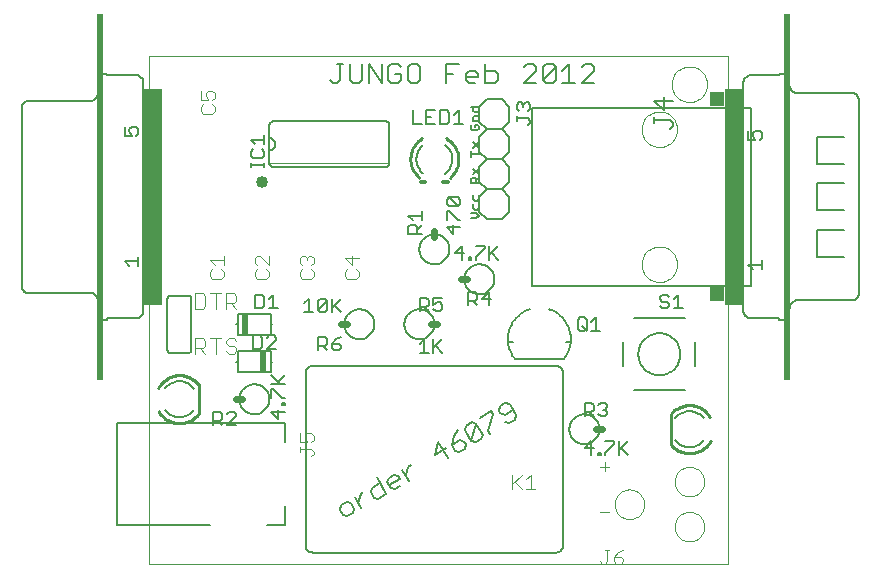
<source format=gto>
G75*
G70*
%OFA0B0*%
%FSLAX24Y24*%
%IPPOS*%
%LPD*%
%AMOC8*
5,1,8,0,0,1.08239X$1,22.5*
%
%ADD10C,0.0000*%
%ADD11C,0.0120*%
%ADD12C,0.0400*%
%ADD13C,0.0050*%
%ADD14C,0.0060*%
%ADD15C,0.0100*%
%ADD16C,0.0040*%
%ADD17C,0.0020*%
%ADD18C,0.0240*%
%ADD19C,0.0080*%
%ADD20R,0.0450X0.0502*%
%ADD21R,0.0450X0.0492*%
%ADD22R,0.0200X1.2200*%
%ADD23R,0.0630X0.7244*%
%ADD24C,0.0070*%
%ADD25R,0.0200X0.0700*%
D10*
X004380Y000300D02*
X004380Y017249D01*
X023671Y017249D01*
X023671Y000300D01*
X004380Y000300D01*
X019888Y002300D02*
X019890Y002344D01*
X019896Y002388D01*
X019906Y002431D01*
X019919Y002473D01*
X019937Y002513D01*
X019958Y002552D01*
X019982Y002589D01*
X020009Y002624D01*
X020040Y002656D01*
X020073Y002685D01*
X020109Y002711D01*
X020147Y002733D01*
X020187Y002752D01*
X020228Y002768D01*
X020271Y002780D01*
X020314Y002788D01*
X020358Y002792D01*
X020402Y002792D01*
X020446Y002788D01*
X020489Y002780D01*
X020532Y002768D01*
X020573Y002752D01*
X020613Y002733D01*
X020651Y002711D01*
X020687Y002685D01*
X020720Y002656D01*
X020751Y002624D01*
X020778Y002589D01*
X020802Y002552D01*
X020823Y002513D01*
X020841Y002473D01*
X020854Y002431D01*
X020864Y002388D01*
X020870Y002344D01*
X020872Y002300D01*
X020870Y002256D01*
X020864Y002212D01*
X020854Y002169D01*
X020841Y002127D01*
X020823Y002087D01*
X020802Y002048D01*
X020778Y002011D01*
X020751Y001976D01*
X020720Y001944D01*
X020687Y001915D01*
X020651Y001889D01*
X020613Y001867D01*
X020573Y001848D01*
X020532Y001832D01*
X020489Y001820D01*
X020446Y001812D01*
X020402Y001808D01*
X020358Y001808D01*
X020314Y001812D01*
X020271Y001820D01*
X020228Y001832D01*
X020187Y001848D01*
X020147Y001867D01*
X020109Y001889D01*
X020073Y001915D01*
X020040Y001944D01*
X020009Y001976D01*
X019982Y002011D01*
X019958Y002048D01*
X019937Y002087D01*
X019919Y002127D01*
X019906Y002169D01*
X019896Y002212D01*
X019890Y002256D01*
X019888Y002300D01*
X021888Y001550D02*
X021890Y001594D01*
X021896Y001638D01*
X021906Y001681D01*
X021919Y001723D01*
X021937Y001763D01*
X021958Y001802D01*
X021982Y001839D01*
X022009Y001874D01*
X022040Y001906D01*
X022073Y001935D01*
X022109Y001961D01*
X022147Y001983D01*
X022187Y002002D01*
X022228Y002018D01*
X022271Y002030D01*
X022314Y002038D01*
X022358Y002042D01*
X022402Y002042D01*
X022446Y002038D01*
X022489Y002030D01*
X022532Y002018D01*
X022573Y002002D01*
X022613Y001983D01*
X022651Y001961D01*
X022687Y001935D01*
X022720Y001906D01*
X022751Y001874D01*
X022778Y001839D01*
X022802Y001802D01*
X022823Y001763D01*
X022841Y001723D01*
X022854Y001681D01*
X022864Y001638D01*
X022870Y001594D01*
X022872Y001550D01*
X022870Y001506D01*
X022864Y001462D01*
X022854Y001419D01*
X022841Y001377D01*
X022823Y001337D01*
X022802Y001298D01*
X022778Y001261D01*
X022751Y001226D01*
X022720Y001194D01*
X022687Y001165D01*
X022651Y001139D01*
X022613Y001117D01*
X022573Y001098D01*
X022532Y001082D01*
X022489Y001070D01*
X022446Y001062D01*
X022402Y001058D01*
X022358Y001058D01*
X022314Y001062D01*
X022271Y001070D01*
X022228Y001082D01*
X022187Y001098D01*
X022147Y001117D01*
X022109Y001139D01*
X022073Y001165D01*
X022040Y001194D01*
X022009Y001226D01*
X021982Y001261D01*
X021958Y001298D01*
X021937Y001337D01*
X021919Y001377D01*
X021906Y001419D01*
X021896Y001462D01*
X021890Y001506D01*
X021888Y001550D01*
X021888Y003050D02*
X021890Y003094D01*
X021896Y003138D01*
X021906Y003181D01*
X021919Y003223D01*
X021937Y003263D01*
X021958Y003302D01*
X021982Y003339D01*
X022009Y003374D01*
X022040Y003406D01*
X022073Y003435D01*
X022109Y003461D01*
X022147Y003483D01*
X022187Y003502D01*
X022228Y003518D01*
X022271Y003530D01*
X022314Y003538D01*
X022358Y003542D01*
X022402Y003542D01*
X022446Y003538D01*
X022489Y003530D01*
X022532Y003518D01*
X022573Y003502D01*
X022613Y003483D01*
X022651Y003461D01*
X022687Y003435D01*
X022720Y003406D01*
X022751Y003374D01*
X022778Y003339D01*
X022802Y003302D01*
X022823Y003263D01*
X022841Y003223D01*
X022854Y003181D01*
X022864Y003138D01*
X022870Y003094D01*
X022872Y003050D01*
X022870Y003006D01*
X022864Y002962D01*
X022854Y002919D01*
X022841Y002877D01*
X022823Y002837D01*
X022802Y002798D01*
X022778Y002761D01*
X022751Y002726D01*
X022720Y002694D01*
X022687Y002665D01*
X022651Y002639D01*
X022613Y002617D01*
X022573Y002598D01*
X022532Y002582D01*
X022489Y002570D01*
X022446Y002562D01*
X022402Y002558D01*
X022358Y002558D01*
X022314Y002562D01*
X022271Y002570D01*
X022228Y002582D01*
X022187Y002598D01*
X022147Y002617D01*
X022109Y002639D01*
X022073Y002665D01*
X022040Y002694D01*
X022009Y002726D01*
X021982Y002761D01*
X021958Y002798D01*
X021937Y002837D01*
X021919Y002877D01*
X021906Y002919D01*
X021896Y002962D01*
X021890Y003006D01*
X021888Y003050D01*
X020789Y010300D02*
X020791Y010348D01*
X020797Y010396D01*
X020807Y010443D01*
X020820Y010489D01*
X020838Y010534D01*
X020858Y010578D01*
X020883Y010620D01*
X020911Y010659D01*
X020941Y010696D01*
X020975Y010730D01*
X021012Y010762D01*
X021050Y010791D01*
X021091Y010816D01*
X021134Y010838D01*
X021179Y010856D01*
X021225Y010870D01*
X021272Y010881D01*
X021320Y010888D01*
X021368Y010891D01*
X021416Y010890D01*
X021464Y010885D01*
X021512Y010876D01*
X021558Y010864D01*
X021603Y010847D01*
X021647Y010827D01*
X021689Y010804D01*
X021729Y010777D01*
X021767Y010747D01*
X021802Y010714D01*
X021834Y010678D01*
X021864Y010640D01*
X021890Y010599D01*
X021912Y010556D01*
X021932Y010512D01*
X021947Y010467D01*
X021959Y010420D01*
X021967Y010372D01*
X021971Y010324D01*
X021971Y010276D01*
X021967Y010228D01*
X021959Y010180D01*
X021947Y010133D01*
X021932Y010088D01*
X021912Y010044D01*
X021890Y010001D01*
X021864Y009960D01*
X021834Y009922D01*
X021802Y009886D01*
X021767Y009853D01*
X021729Y009823D01*
X021689Y009796D01*
X021647Y009773D01*
X021603Y009753D01*
X021558Y009736D01*
X021512Y009724D01*
X021464Y009715D01*
X021416Y009710D01*
X021368Y009709D01*
X021320Y009712D01*
X021272Y009719D01*
X021225Y009730D01*
X021179Y009744D01*
X021134Y009762D01*
X021091Y009784D01*
X021050Y009809D01*
X021012Y009838D01*
X020975Y009870D01*
X020941Y009904D01*
X020911Y009941D01*
X020883Y009980D01*
X020858Y010022D01*
X020838Y010066D01*
X020820Y010111D01*
X020807Y010157D01*
X020797Y010204D01*
X020791Y010252D01*
X020789Y010300D01*
X020789Y014800D02*
X020791Y014848D01*
X020797Y014896D01*
X020807Y014943D01*
X020820Y014989D01*
X020838Y015034D01*
X020858Y015078D01*
X020883Y015120D01*
X020911Y015159D01*
X020941Y015196D01*
X020975Y015230D01*
X021012Y015262D01*
X021050Y015291D01*
X021091Y015316D01*
X021134Y015338D01*
X021179Y015356D01*
X021225Y015370D01*
X021272Y015381D01*
X021320Y015388D01*
X021368Y015391D01*
X021416Y015390D01*
X021464Y015385D01*
X021512Y015376D01*
X021558Y015364D01*
X021603Y015347D01*
X021647Y015327D01*
X021689Y015304D01*
X021729Y015277D01*
X021767Y015247D01*
X021802Y015214D01*
X021834Y015178D01*
X021864Y015140D01*
X021890Y015099D01*
X021912Y015056D01*
X021932Y015012D01*
X021947Y014967D01*
X021959Y014920D01*
X021967Y014872D01*
X021971Y014824D01*
X021971Y014776D01*
X021967Y014728D01*
X021959Y014680D01*
X021947Y014633D01*
X021932Y014588D01*
X021912Y014544D01*
X021890Y014501D01*
X021864Y014460D01*
X021834Y014422D01*
X021802Y014386D01*
X021767Y014353D01*
X021729Y014323D01*
X021689Y014296D01*
X021647Y014273D01*
X021603Y014253D01*
X021558Y014236D01*
X021512Y014224D01*
X021464Y014215D01*
X021416Y014210D01*
X021368Y014209D01*
X021320Y014212D01*
X021272Y014219D01*
X021225Y014230D01*
X021179Y014244D01*
X021134Y014262D01*
X021091Y014284D01*
X021050Y014309D01*
X021012Y014338D01*
X020975Y014370D01*
X020941Y014404D01*
X020911Y014441D01*
X020883Y014480D01*
X020858Y014522D01*
X020838Y014566D01*
X020820Y014611D01*
X020807Y014657D01*
X020797Y014704D01*
X020791Y014752D01*
X020789Y014800D01*
X021789Y016300D02*
X021791Y016348D01*
X021797Y016396D01*
X021807Y016443D01*
X021820Y016489D01*
X021838Y016534D01*
X021858Y016578D01*
X021883Y016620D01*
X021911Y016659D01*
X021941Y016696D01*
X021975Y016730D01*
X022012Y016762D01*
X022050Y016791D01*
X022091Y016816D01*
X022134Y016838D01*
X022179Y016856D01*
X022225Y016870D01*
X022272Y016881D01*
X022320Y016888D01*
X022368Y016891D01*
X022416Y016890D01*
X022464Y016885D01*
X022512Y016876D01*
X022558Y016864D01*
X022603Y016847D01*
X022647Y016827D01*
X022689Y016804D01*
X022729Y016777D01*
X022767Y016747D01*
X022802Y016714D01*
X022834Y016678D01*
X022864Y016640D01*
X022890Y016599D01*
X022912Y016556D01*
X022932Y016512D01*
X022947Y016467D01*
X022959Y016420D01*
X022967Y016372D01*
X022971Y016324D01*
X022971Y016276D01*
X022967Y016228D01*
X022959Y016180D01*
X022947Y016133D01*
X022932Y016088D01*
X022912Y016044D01*
X022890Y016001D01*
X022864Y015960D01*
X022834Y015922D01*
X022802Y015886D01*
X022767Y015853D01*
X022729Y015823D01*
X022689Y015796D01*
X022647Y015773D01*
X022603Y015753D01*
X022558Y015736D01*
X022512Y015724D01*
X022464Y015715D01*
X022416Y015710D01*
X022368Y015709D01*
X022320Y015712D01*
X022272Y015719D01*
X022225Y015730D01*
X022179Y015744D01*
X022134Y015762D01*
X022091Y015784D01*
X022050Y015809D01*
X022012Y015838D01*
X021975Y015870D01*
X021941Y015904D01*
X021911Y015941D01*
X021883Y015980D01*
X021858Y016022D01*
X021838Y016066D01*
X021820Y016111D01*
X021807Y016157D01*
X021797Y016204D01*
X021791Y016252D01*
X021789Y016300D01*
D11*
X014330Y013050D02*
X014180Y013050D01*
X013580Y013050D02*
X013430Y013050D01*
D12*
X008130Y013050D03*
D13*
X008205Y013525D02*
X008205Y013675D01*
X008205Y013600D02*
X007755Y013600D01*
X007755Y013525D02*
X007755Y013675D01*
X007830Y013832D02*
X008130Y013832D01*
X008205Y013907D01*
X008205Y014057D01*
X008130Y014132D01*
X008205Y014292D02*
X008205Y014593D01*
X008205Y014442D02*
X007755Y014442D01*
X007905Y014292D01*
X007830Y014132D02*
X007755Y014057D01*
X007755Y013907D01*
X007830Y013832D01*
X004013Y014652D02*
X003938Y014577D01*
X004013Y014652D02*
X004013Y014802D01*
X003938Y014877D01*
X003788Y014877D01*
X003712Y014802D01*
X003712Y014727D01*
X003788Y014577D01*
X003562Y014577D01*
X003562Y014877D01*
X004013Y010545D02*
X004013Y010244D01*
X004013Y010394D02*
X003562Y010394D01*
X003712Y010244D01*
X007834Y007925D02*
X007834Y007475D01*
X008059Y007475D01*
X008134Y007550D01*
X008134Y007850D01*
X008059Y007925D01*
X007834Y007925D01*
X008295Y007850D02*
X008370Y007925D01*
X008520Y007925D01*
X008595Y007850D01*
X008595Y007775D01*
X008295Y007475D01*
X008595Y007475D01*
X008435Y006606D02*
X008735Y006306D01*
X008660Y006381D02*
X008885Y006606D01*
X008885Y006306D02*
X008435Y006306D01*
X008435Y006146D02*
X008510Y006146D01*
X008810Y005846D01*
X008885Y005846D01*
X008885Y005690D02*
X008885Y005615D01*
X008810Y005615D01*
X008810Y005690D01*
X008885Y005690D01*
X008885Y005380D02*
X008435Y005380D01*
X008660Y005155D01*
X008660Y005455D01*
X008435Y005846D02*
X008435Y006146D01*
X007265Y005300D02*
X007190Y005375D01*
X007040Y005375D01*
X006965Y005300D01*
X006804Y005300D02*
X006804Y005150D01*
X006729Y005075D01*
X006504Y005075D01*
X006504Y004925D02*
X006504Y005375D01*
X006729Y005375D01*
X006804Y005300D01*
X006654Y005075D02*
X006804Y004925D01*
X006965Y004925D02*
X007265Y005225D01*
X007265Y005300D01*
X007265Y004925D02*
X006965Y004925D01*
X010004Y007425D02*
X010004Y007875D01*
X010229Y007875D01*
X010304Y007800D01*
X010304Y007650D01*
X010229Y007575D01*
X010004Y007575D01*
X010154Y007575D02*
X010304Y007425D01*
X010465Y007500D02*
X010540Y007425D01*
X010690Y007425D01*
X010765Y007500D01*
X010765Y007575D01*
X010690Y007650D01*
X010465Y007650D01*
X010465Y007500D01*
X010465Y007650D02*
X010615Y007800D01*
X010765Y007875D01*
X010765Y008705D02*
X010540Y008930D01*
X010465Y008855D02*
X010765Y009155D01*
X010465Y009155D02*
X010465Y008705D01*
X010304Y008780D02*
X010229Y008705D01*
X010079Y008705D01*
X010004Y008780D01*
X010304Y009080D01*
X010304Y008780D01*
X010004Y008780D02*
X010004Y009080D01*
X010079Y009155D01*
X010229Y009155D01*
X010304Y009080D01*
X009844Y008705D02*
X009544Y008705D01*
X009694Y008705D02*
X009694Y009155D01*
X009544Y009005D01*
X008666Y008825D02*
X008365Y008825D01*
X008516Y008825D02*
X008516Y009275D01*
X008365Y009125D01*
X008205Y009200D02*
X008130Y009275D01*
X007905Y009275D01*
X007905Y008825D01*
X008130Y008825D01*
X008205Y008900D01*
X008205Y009200D01*
X013005Y011305D02*
X013005Y011530D01*
X013080Y011605D01*
X013230Y011605D01*
X013305Y011530D01*
X013305Y011305D01*
X013455Y011305D02*
X013005Y011305D01*
X013305Y011455D02*
X013455Y011605D01*
X013455Y011765D02*
X013455Y012066D01*
X013455Y011916D02*
X013005Y011916D01*
X013155Y011765D01*
X014285Y011765D02*
X014285Y012066D01*
X014360Y012066D01*
X014660Y011765D01*
X014735Y011765D01*
X014735Y011530D02*
X014285Y011530D01*
X014510Y011305D01*
X014510Y011605D01*
X015085Y011825D02*
X015265Y011825D01*
X015355Y011915D01*
X015265Y012005D01*
X015085Y012005D01*
X015220Y012120D02*
X015175Y012165D01*
X015175Y012300D01*
X015220Y012414D02*
X015175Y012459D01*
X015175Y012594D01*
X015355Y012594D02*
X015355Y012459D01*
X015310Y012414D01*
X015220Y012414D01*
X015355Y012300D02*
X015355Y012165D01*
X015310Y012120D01*
X015220Y012120D01*
X014735Y012301D02*
X014735Y012451D01*
X014660Y012526D01*
X014360Y012526D01*
X014660Y012226D01*
X014735Y012301D01*
X014660Y012226D02*
X014360Y012226D01*
X014285Y012301D01*
X014285Y012451D01*
X014360Y012526D01*
X015085Y013004D02*
X015085Y013139D01*
X015130Y013184D01*
X015220Y013184D01*
X015265Y013139D01*
X015265Y013004D01*
X015265Y013094D02*
X015355Y013184D01*
X015355Y013298D02*
X015175Y013478D01*
X015175Y013298D02*
X015355Y013478D01*
X015085Y013888D02*
X015085Y014068D01*
X015085Y013978D02*
X015355Y013978D01*
X015355Y014182D02*
X015175Y014362D01*
X015175Y014182D02*
X015355Y014362D01*
X015310Y014772D02*
X015130Y014772D01*
X015085Y014817D01*
X015085Y014907D01*
X015130Y014952D01*
X015220Y014952D02*
X015220Y014862D01*
X015220Y014952D02*
X015310Y014952D01*
X015355Y014907D01*
X015355Y014817D01*
X015310Y014772D01*
X015355Y015066D02*
X015175Y015066D01*
X015175Y015201D01*
X015220Y015246D01*
X015355Y015246D01*
X015310Y015361D02*
X015220Y015361D01*
X015175Y015406D01*
X015175Y015541D01*
X015085Y015541D02*
X015355Y015541D01*
X015355Y015406D01*
X015310Y015361D01*
X014836Y014975D02*
X014536Y014975D01*
X014686Y014975D02*
X014686Y015425D01*
X014536Y015275D01*
X014376Y015350D02*
X014301Y015425D01*
X014076Y015425D01*
X014076Y014975D01*
X014301Y014975D01*
X014376Y015050D01*
X014376Y015350D01*
X013916Y015425D02*
X013615Y015425D01*
X013615Y014975D01*
X013916Y014975D01*
X013766Y015200D02*
X013615Y015200D01*
X013455Y014975D02*
X013155Y014975D01*
X013155Y015425D01*
X015085Y013004D02*
X015355Y013004D01*
X015254Y010905D02*
X015554Y010905D01*
X015554Y010830D01*
X015254Y010530D01*
X015254Y010455D01*
X015099Y010455D02*
X015024Y010455D01*
X015024Y010530D01*
X015099Y010530D01*
X015099Y010455D01*
X014789Y010455D02*
X014789Y010905D01*
X014564Y010680D01*
X014864Y010680D01*
X015715Y010605D02*
X016015Y010905D01*
X015715Y010905D02*
X015715Y010455D01*
X015790Y010680D02*
X016015Y010455D01*
X015690Y009375D02*
X015465Y009150D01*
X015765Y009150D01*
X015690Y008925D02*
X015690Y009375D01*
X015304Y009300D02*
X015304Y009150D01*
X015229Y009075D01*
X015004Y009075D01*
X015004Y008925D02*
X015004Y009375D01*
X015229Y009375D01*
X015304Y009300D01*
X015154Y009075D02*
X015304Y008925D01*
X014146Y008950D02*
X014146Y008800D01*
X014071Y008725D01*
X013920Y008725D01*
X013845Y008800D01*
X013845Y008950D02*
X013996Y009025D01*
X014071Y009025D01*
X014146Y008950D01*
X014146Y009175D02*
X013845Y009175D01*
X013845Y008950D01*
X013685Y008950D02*
X013685Y009100D01*
X013610Y009175D01*
X013385Y009175D01*
X013385Y008725D01*
X013385Y008875D02*
X013610Y008875D01*
X013685Y008950D01*
X013535Y008875D02*
X013685Y008725D01*
X013535Y007795D02*
X013535Y007345D01*
X013385Y007345D02*
X013685Y007345D01*
X013845Y007345D02*
X013845Y007795D01*
X013920Y007570D02*
X014146Y007345D01*
X013845Y007495D02*
X014146Y007795D01*
X013535Y007795D02*
X013385Y007645D01*
X018655Y008150D02*
X018730Y008075D01*
X018880Y008075D01*
X018955Y008150D01*
X018955Y008450D01*
X018880Y008525D01*
X018730Y008525D01*
X018655Y008450D01*
X018655Y008150D01*
X018805Y008225D02*
X018955Y008075D01*
X019115Y008075D02*
X019416Y008075D01*
X019266Y008075D02*
X019266Y008525D01*
X019115Y008375D01*
X021405Y008900D02*
X021480Y008825D01*
X021630Y008825D01*
X021705Y008900D01*
X021705Y008975D01*
X021630Y009050D01*
X021480Y009050D01*
X021405Y009125D01*
X021405Y009200D01*
X021480Y009275D01*
X021630Y009275D01*
X021705Y009200D01*
X021865Y009125D02*
X022016Y009275D01*
X022016Y008825D01*
X022166Y008825D02*
X021865Y008825D01*
X024347Y010275D02*
X024797Y010275D01*
X024797Y010125D02*
X024797Y010426D01*
X024497Y010125D02*
X024347Y010275D01*
X024347Y014433D02*
X024572Y014433D01*
X024497Y014583D01*
X024497Y014658D01*
X024572Y014733D01*
X024722Y014733D01*
X024797Y014658D01*
X024797Y014508D01*
X024722Y014433D01*
X024347Y014433D02*
X024347Y014733D01*
X017075Y015009D02*
X017000Y014934D01*
X017075Y015009D02*
X017075Y015084D01*
X017000Y015159D01*
X016625Y015159D01*
X016625Y015084D02*
X016625Y015234D01*
X016700Y015395D02*
X016625Y015470D01*
X016625Y015620D01*
X016700Y015695D01*
X016775Y015695D01*
X016850Y015620D01*
X016925Y015695D01*
X017000Y015695D01*
X017075Y015620D01*
X017075Y015470D01*
X017000Y015395D01*
X016850Y015545D02*
X016850Y015620D01*
X018885Y005675D02*
X019110Y005675D01*
X019185Y005600D01*
X019185Y005450D01*
X019110Y005375D01*
X018885Y005375D01*
X018885Y005225D02*
X018885Y005675D01*
X019035Y005375D02*
X019185Y005225D01*
X019345Y005300D02*
X019420Y005225D01*
X019571Y005225D01*
X019646Y005300D01*
X019646Y005375D01*
X019571Y005450D01*
X019496Y005450D01*
X019571Y005450D02*
X019646Y005525D01*
X019646Y005600D01*
X019571Y005675D01*
X019420Y005675D01*
X019345Y005600D01*
X019576Y004395D02*
X019876Y004395D01*
X019876Y004320D01*
X019576Y004020D01*
X019576Y003945D01*
X019420Y003945D02*
X019345Y003945D01*
X019345Y004020D01*
X019420Y004020D01*
X019420Y003945D01*
X019110Y003945D02*
X019110Y004395D01*
X018885Y004170D01*
X019185Y004170D01*
X020036Y004095D02*
X020336Y004395D01*
X020036Y004395D02*
X020036Y003945D01*
X020111Y004170D02*
X020336Y003945D01*
D14*
X018380Y004800D02*
X018382Y004844D01*
X018388Y004888D01*
X018398Y004931D01*
X018411Y004973D01*
X018428Y005014D01*
X018449Y005053D01*
X018473Y005090D01*
X018500Y005125D01*
X018530Y005157D01*
X018563Y005187D01*
X018599Y005213D01*
X018636Y005237D01*
X018676Y005256D01*
X018717Y005273D01*
X018760Y005285D01*
X018803Y005294D01*
X018847Y005299D01*
X018891Y005300D01*
X018935Y005297D01*
X018979Y005290D01*
X019022Y005279D01*
X019064Y005265D01*
X019104Y005247D01*
X019143Y005225D01*
X019179Y005201D01*
X019213Y005173D01*
X019245Y005142D01*
X019274Y005108D01*
X019300Y005072D01*
X019322Y005034D01*
X019341Y004994D01*
X019356Y004952D01*
X019368Y004910D01*
X019376Y004866D01*
X019380Y004822D01*
X019380Y004778D01*
X019376Y004734D01*
X019368Y004690D01*
X019356Y004648D01*
X019341Y004606D01*
X019322Y004566D01*
X019300Y004528D01*
X019274Y004492D01*
X019245Y004458D01*
X019213Y004427D01*
X019179Y004399D01*
X019143Y004375D01*
X019104Y004353D01*
X019064Y004335D01*
X019022Y004321D01*
X018979Y004310D01*
X018935Y004303D01*
X018891Y004300D01*
X018847Y004301D01*
X018803Y004306D01*
X018760Y004315D01*
X018717Y004327D01*
X018676Y004344D01*
X018636Y004363D01*
X018599Y004387D01*
X018563Y004413D01*
X018530Y004443D01*
X018500Y004475D01*
X018473Y004510D01*
X018449Y004547D01*
X018428Y004586D01*
X018411Y004627D01*
X018398Y004669D01*
X018388Y004712D01*
X018382Y004756D01*
X018380Y004800D01*
X016603Y005262D02*
X016564Y005116D01*
X016379Y005010D01*
X016234Y005049D01*
X016219Y005287D02*
X016497Y005447D01*
X016603Y005262D02*
X016390Y005632D01*
X016244Y005671D01*
X016059Y005564D01*
X016020Y005419D01*
X016073Y005326D01*
X016219Y005287D01*
X015832Y005310D02*
X015778Y005402D01*
X015408Y005189D01*
X015273Y004988D02*
X015128Y005027D01*
X014943Y004920D01*
X014904Y004774D01*
X015117Y004404D01*
X015273Y004988D01*
X015487Y004618D01*
X015448Y004472D01*
X015263Y004365D01*
X015117Y004404D01*
X014929Y004295D02*
X014890Y004150D01*
X014705Y004043D01*
X014559Y004082D01*
X014452Y004267D01*
X014730Y004427D01*
X014875Y004388D01*
X014929Y004295D01*
X014452Y004267D02*
X014530Y004559D01*
X014662Y004758D01*
X014264Y004158D02*
X013894Y003945D01*
X014011Y004382D01*
X014331Y003827D01*
X013095Y003606D02*
X013002Y003553D01*
X012924Y003261D01*
X013031Y003076D02*
X012817Y003446D01*
X012682Y003245D02*
X012536Y003284D01*
X012351Y003177D01*
X012312Y003031D01*
X012419Y002847D01*
X012565Y002807D01*
X012750Y002914D01*
X012736Y003153D02*
X012366Y002939D01*
X012284Y002645D02*
X012007Y002485D01*
X011861Y002524D01*
X011754Y002709D01*
X011793Y002855D01*
X012071Y003015D01*
X011964Y003200D02*
X012284Y002645D01*
X012736Y003153D02*
X012682Y003245D01*
X011513Y002693D02*
X011421Y002640D01*
X011342Y002348D01*
X011449Y002163D02*
X011236Y002533D01*
X011101Y002332D02*
X010955Y002371D01*
X010770Y002264D01*
X010731Y002118D01*
X010838Y001933D01*
X010983Y001894D01*
X011168Y002001D01*
X011207Y002147D01*
X011101Y002332D01*
X015675Y004726D02*
X015729Y004634D01*
X015675Y004726D02*
X015832Y005310D01*
X016555Y007150D02*
X018205Y007150D01*
X018267Y007700D02*
X018425Y007700D01*
X018205Y007150D02*
X018242Y007201D01*
X018277Y007254D01*
X018309Y007310D01*
X018337Y007367D01*
X018361Y007426D01*
X018382Y007486D01*
X018399Y007547D01*
X018413Y007609D01*
X018422Y007672D01*
X018428Y007735D01*
X018430Y007799D01*
X018428Y007863D01*
X018422Y007926D01*
X018413Y007989D01*
X018400Y008051D01*
X018382Y008112D01*
X018362Y008172D01*
X018337Y008231D01*
X018310Y008288D01*
X018278Y008344D01*
X018244Y008397D01*
X018206Y008448D01*
X018165Y008497D01*
X018121Y008543D01*
X018075Y008587D01*
X018026Y008628D01*
X017975Y008665D01*
X017921Y008700D01*
X017866Y008731D01*
X017809Y008759D01*
X017750Y008783D01*
X017690Y008803D01*
X017070Y008803D02*
X017010Y008783D01*
X016951Y008759D01*
X016894Y008731D01*
X016839Y008700D01*
X016785Y008665D01*
X016734Y008628D01*
X016685Y008587D01*
X016639Y008543D01*
X016595Y008497D01*
X016554Y008448D01*
X016516Y008397D01*
X016482Y008344D01*
X016451Y008288D01*
X016423Y008231D01*
X016398Y008172D01*
X016378Y008112D01*
X016360Y008051D01*
X016347Y007989D01*
X016338Y007926D01*
X016332Y007863D01*
X016330Y007799D01*
X016332Y007735D01*
X016338Y007672D01*
X016347Y007609D01*
X016361Y007547D01*
X016378Y007486D01*
X016399Y007426D01*
X016423Y007367D01*
X016451Y007310D01*
X016483Y007254D01*
X016518Y007201D01*
X016555Y007150D01*
X016493Y007700D02*
X016335Y007700D01*
X014880Y009800D02*
X014882Y009844D01*
X014888Y009888D01*
X014898Y009931D01*
X014911Y009973D01*
X014928Y010014D01*
X014949Y010053D01*
X014973Y010090D01*
X015000Y010125D01*
X015030Y010157D01*
X015063Y010187D01*
X015099Y010213D01*
X015136Y010237D01*
X015176Y010256D01*
X015217Y010273D01*
X015260Y010285D01*
X015303Y010294D01*
X015347Y010299D01*
X015391Y010300D01*
X015435Y010297D01*
X015479Y010290D01*
X015522Y010279D01*
X015564Y010265D01*
X015604Y010247D01*
X015643Y010225D01*
X015679Y010201D01*
X015713Y010173D01*
X015745Y010142D01*
X015774Y010108D01*
X015800Y010072D01*
X015822Y010034D01*
X015841Y009994D01*
X015856Y009952D01*
X015868Y009910D01*
X015876Y009866D01*
X015880Y009822D01*
X015880Y009778D01*
X015876Y009734D01*
X015868Y009690D01*
X015856Y009648D01*
X015841Y009606D01*
X015822Y009566D01*
X015800Y009528D01*
X015774Y009492D01*
X015745Y009458D01*
X015713Y009427D01*
X015679Y009399D01*
X015643Y009375D01*
X015604Y009353D01*
X015564Y009335D01*
X015522Y009321D01*
X015479Y009310D01*
X015435Y009303D01*
X015391Y009300D01*
X015347Y009301D01*
X015303Y009306D01*
X015260Y009315D01*
X015217Y009327D01*
X015176Y009344D01*
X015136Y009363D01*
X015099Y009387D01*
X015063Y009413D01*
X015030Y009443D01*
X015000Y009475D01*
X014973Y009510D01*
X014949Y009547D01*
X014928Y009586D01*
X014911Y009627D01*
X014898Y009669D01*
X014888Y009712D01*
X014882Y009756D01*
X014880Y009800D01*
X013380Y010800D02*
X013382Y010844D01*
X013388Y010888D01*
X013398Y010931D01*
X013411Y010973D01*
X013428Y011014D01*
X013449Y011053D01*
X013473Y011090D01*
X013500Y011125D01*
X013530Y011157D01*
X013563Y011187D01*
X013599Y011213D01*
X013636Y011237D01*
X013676Y011256D01*
X013717Y011273D01*
X013760Y011285D01*
X013803Y011294D01*
X013847Y011299D01*
X013891Y011300D01*
X013935Y011297D01*
X013979Y011290D01*
X014022Y011279D01*
X014064Y011265D01*
X014104Y011247D01*
X014143Y011225D01*
X014179Y011201D01*
X014213Y011173D01*
X014245Y011142D01*
X014274Y011108D01*
X014300Y011072D01*
X014322Y011034D01*
X014341Y010994D01*
X014356Y010952D01*
X014368Y010910D01*
X014376Y010866D01*
X014380Y010822D01*
X014380Y010778D01*
X014376Y010734D01*
X014368Y010690D01*
X014356Y010648D01*
X014341Y010606D01*
X014322Y010566D01*
X014300Y010528D01*
X014274Y010492D01*
X014245Y010458D01*
X014213Y010427D01*
X014179Y010399D01*
X014143Y010375D01*
X014104Y010353D01*
X014064Y010335D01*
X014022Y010321D01*
X013979Y010310D01*
X013935Y010303D01*
X013891Y010300D01*
X013847Y010301D01*
X013803Y010306D01*
X013760Y010315D01*
X013717Y010327D01*
X013676Y010344D01*
X013636Y010363D01*
X013599Y010387D01*
X013563Y010413D01*
X013530Y010443D01*
X013500Y010475D01*
X013473Y010510D01*
X013449Y010547D01*
X013428Y010586D01*
X013411Y010627D01*
X013398Y010669D01*
X013388Y010712D01*
X013382Y010756D01*
X013380Y010800D01*
X015380Y012050D02*
X015380Y012550D01*
X015630Y012800D01*
X015380Y013050D01*
X015380Y013550D01*
X015630Y013800D01*
X015380Y014050D01*
X015380Y014550D01*
X015630Y014800D01*
X015380Y015050D01*
X015380Y015550D01*
X015630Y015800D01*
X016130Y015800D01*
X016380Y015550D01*
X016380Y015050D01*
X016130Y014800D01*
X016380Y014550D01*
X016380Y014050D01*
X016130Y013800D01*
X015630Y013800D01*
X016130Y013800D02*
X016380Y013550D01*
X016380Y013050D01*
X016130Y012800D01*
X016380Y012550D01*
X016380Y012050D01*
X016130Y011800D01*
X015630Y011800D01*
X015380Y012050D01*
X015630Y012800D02*
X016130Y012800D01*
X013512Y014274D02*
X013477Y014244D01*
X013444Y014213D01*
X013414Y014178D01*
X013387Y014142D01*
X013363Y014104D01*
X013341Y014064D01*
X013323Y014022D01*
X013307Y013979D01*
X013295Y013935D01*
X013287Y013891D01*
X013282Y013845D01*
X013280Y013800D01*
X014240Y014280D02*
X014276Y014251D01*
X014310Y014219D01*
X014341Y014184D01*
X014369Y014148D01*
X014394Y014109D01*
X014417Y014068D01*
X014436Y014026D01*
X014452Y013983D01*
X014464Y013938D01*
X014473Y013892D01*
X014478Y013846D01*
X014480Y013800D01*
X013512Y013326D02*
X013477Y013356D01*
X013444Y013387D01*
X013414Y013422D01*
X013387Y013458D01*
X013363Y013496D01*
X013341Y013536D01*
X013323Y013578D01*
X013307Y013621D01*
X013295Y013665D01*
X013287Y013709D01*
X013282Y013755D01*
X013280Y013800D01*
X014229Y013312D02*
X014266Y013341D01*
X014301Y013373D01*
X014334Y013408D01*
X014364Y013445D01*
X014390Y013484D01*
X014413Y013525D01*
X014434Y013569D01*
X014450Y013613D01*
X014463Y013659D01*
X014472Y013705D01*
X014478Y013753D01*
X014480Y013800D01*
X015630Y014800D02*
X016130Y014800D01*
X015887Y016330D02*
X015566Y016330D01*
X015566Y016971D01*
X015566Y016757D02*
X015887Y016757D01*
X015993Y016650D01*
X015993Y016437D01*
X015887Y016330D01*
X015349Y016544D02*
X015349Y016650D01*
X015242Y016757D01*
X015029Y016757D01*
X014922Y016650D01*
X014922Y016437D01*
X015029Y016330D01*
X015242Y016330D01*
X015349Y016544D02*
X014922Y016544D01*
X014491Y016650D02*
X014277Y016650D01*
X014277Y016330D02*
X014277Y016971D01*
X014704Y016971D01*
X013415Y016864D02*
X013415Y016437D01*
X013308Y016330D01*
X013095Y016330D01*
X012988Y016437D01*
X012988Y016864D01*
X013095Y016971D01*
X013308Y016971D01*
X013415Y016864D01*
X012771Y016864D02*
X012664Y016971D01*
X012450Y016971D01*
X012344Y016864D01*
X012344Y016437D01*
X012450Y016330D01*
X012664Y016330D01*
X012771Y016437D01*
X012771Y016650D01*
X012557Y016650D01*
X012126Y016330D02*
X012126Y016971D01*
X011699Y016971D02*
X012126Y016330D01*
X011699Y016330D02*
X011699Y016971D01*
X011482Y016971D02*
X011482Y016437D01*
X011375Y016330D01*
X011161Y016330D01*
X011055Y016437D01*
X011055Y016971D01*
X010837Y016971D02*
X010624Y016971D01*
X010730Y016971D02*
X010730Y016437D01*
X010624Y016330D01*
X010517Y016330D01*
X010410Y016437D01*
X012230Y015070D02*
X008530Y015070D01*
X008507Y015068D01*
X008484Y015063D01*
X008462Y015054D01*
X008442Y015041D01*
X008424Y015026D01*
X008409Y015008D01*
X008396Y014988D01*
X008387Y014966D01*
X008382Y014943D01*
X008380Y014920D01*
X008380Y014500D01*
X008380Y014100D01*
X008380Y013680D01*
X008382Y013657D01*
X008387Y013634D01*
X008396Y013612D01*
X008409Y013592D01*
X008424Y013574D01*
X008442Y013559D01*
X008462Y013546D01*
X008484Y013537D01*
X008507Y013532D01*
X008530Y013530D01*
X012230Y013530D01*
X012253Y013532D01*
X012276Y013537D01*
X012298Y013546D01*
X012318Y013559D01*
X012336Y013574D01*
X012351Y013592D01*
X012364Y013612D01*
X012373Y013634D01*
X012378Y013657D01*
X012380Y013680D01*
X012380Y014920D01*
X012378Y014943D01*
X012373Y014966D01*
X012364Y014988D01*
X012351Y015008D01*
X012336Y015026D01*
X012318Y015041D01*
X012298Y015054D01*
X012276Y015063D01*
X012253Y015068D01*
X012230Y015070D01*
X008380Y014500D02*
X008407Y014498D01*
X008434Y014493D01*
X008460Y014483D01*
X008484Y014471D01*
X008506Y014455D01*
X008526Y014437D01*
X008543Y014415D01*
X008558Y014392D01*
X008568Y014367D01*
X008576Y014341D01*
X008580Y014314D01*
X008580Y014286D01*
X008576Y014259D01*
X008568Y014233D01*
X008558Y014208D01*
X008543Y014185D01*
X008526Y014163D01*
X008506Y014145D01*
X008484Y014129D01*
X008460Y014117D01*
X008434Y014107D01*
X008407Y014102D01*
X008380Y014100D01*
X004180Y016357D02*
X004180Y008743D01*
X004180Y008750D02*
X004178Y008720D01*
X004173Y008690D01*
X004164Y008661D01*
X004151Y008634D01*
X004136Y008608D01*
X004117Y008584D01*
X004096Y008563D01*
X004072Y008544D01*
X004046Y008529D01*
X004019Y008516D01*
X003990Y008507D01*
X003960Y008502D01*
X003930Y008500D01*
X002980Y008500D01*
X002980Y008450D01*
X002780Y008450D01*
X002659Y009100D02*
X002657Y009130D01*
X002652Y009160D01*
X002643Y009189D01*
X002630Y009216D01*
X002615Y009242D01*
X002596Y009266D01*
X002575Y009287D01*
X002551Y009306D01*
X002525Y009321D01*
X002498Y009334D01*
X002469Y009343D01*
X002439Y009348D01*
X002409Y009350D01*
X000330Y009350D01*
X000304Y009352D01*
X000278Y009357D01*
X000253Y009365D01*
X000230Y009377D01*
X000208Y009391D01*
X000189Y009409D01*
X000171Y009428D01*
X000157Y009450D01*
X000145Y009473D01*
X000137Y009498D01*
X000132Y009524D01*
X000130Y009550D01*
X000130Y015550D01*
X000132Y015576D01*
X000137Y015602D01*
X000145Y015627D01*
X000157Y015650D01*
X000171Y015672D01*
X000189Y015691D01*
X000208Y015709D01*
X000230Y015723D01*
X000253Y015735D01*
X000278Y015743D01*
X000304Y015748D01*
X000330Y015750D01*
X002409Y015750D01*
X002439Y015752D01*
X002469Y015757D01*
X002498Y015766D01*
X002525Y015779D01*
X002551Y015794D01*
X002575Y015813D01*
X002596Y015834D01*
X002615Y015858D01*
X002630Y015884D01*
X002643Y015911D01*
X002652Y015940D01*
X002657Y015970D01*
X002659Y016000D01*
X002780Y016650D02*
X002980Y016650D01*
X002980Y016600D01*
X003930Y016600D01*
X003960Y016598D01*
X003990Y016593D01*
X004019Y016584D01*
X004046Y016571D01*
X004072Y016556D01*
X004096Y016537D01*
X004117Y016516D01*
X004136Y016492D01*
X004151Y016466D01*
X004164Y016439D01*
X004173Y016410D01*
X004178Y016380D01*
X004180Y016350D01*
X005080Y009250D02*
X005680Y009250D01*
X005697Y009248D01*
X005714Y009244D01*
X005730Y009237D01*
X005744Y009227D01*
X005757Y009214D01*
X005767Y009200D01*
X005774Y009184D01*
X005778Y009167D01*
X005780Y009150D01*
X005780Y007450D01*
X005778Y007433D01*
X005774Y007416D01*
X005767Y007400D01*
X005757Y007386D01*
X005744Y007373D01*
X005730Y007363D01*
X005714Y007356D01*
X005697Y007352D01*
X005680Y007350D01*
X005080Y007350D01*
X005063Y007352D01*
X005046Y007356D01*
X005030Y007363D01*
X005016Y007373D01*
X005003Y007386D01*
X004993Y007400D01*
X004986Y007416D01*
X004982Y007433D01*
X004980Y007450D01*
X004980Y009150D01*
X004982Y009167D01*
X004986Y009184D01*
X004993Y009200D01*
X005003Y009214D01*
X005016Y009227D01*
X005030Y009237D01*
X005046Y009244D01*
X005063Y009248D01*
X005080Y009250D01*
X007280Y008300D02*
X007330Y008300D01*
X007330Y007950D01*
X008430Y007950D01*
X008430Y008300D01*
X008430Y008650D01*
X007330Y008650D01*
X007330Y008300D01*
X008430Y008300D02*
X008480Y008300D01*
X008430Y007400D02*
X007330Y007400D01*
X007330Y007050D01*
X007330Y006700D01*
X008430Y006700D01*
X008430Y007050D01*
X008430Y007400D01*
X008430Y007050D02*
X008480Y007050D01*
X007330Y007050D02*
X007280Y007050D01*
X007380Y005800D02*
X007382Y005844D01*
X007388Y005888D01*
X007398Y005931D01*
X007411Y005973D01*
X007428Y006014D01*
X007449Y006053D01*
X007473Y006090D01*
X007500Y006125D01*
X007530Y006157D01*
X007563Y006187D01*
X007599Y006213D01*
X007636Y006237D01*
X007676Y006256D01*
X007717Y006273D01*
X007760Y006285D01*
X007803Y006294D01*
X007847Y006299D01*
X007891Y006300D01*
X007935Y006297D01*
X007979Y006290D01*
X008022Y006279D01*
X008064Y006265D01*
X008104Y006247D01*
X008143Y006225D01*
X008179Y006201D01*
X008213Y006173D01*
X008245Y006142D01*
X008274Y006108D01*
X008300Y006072D01*
X008322Y006034D01*
X008341Y005994D01*
X008356Y005952D01*
X008368Y005910D01*
X008376Y005866D01*
X008380Y005822D01*
X008380Y005778D01*
X008376Y005734D01*
X008368Y005690D01*
X008356Y005648D01*
X008341Y005606D01*
X008322Y005566D01*
X008300Y005528D01*
X008274Y005492D01*
X008245Y005458D01*
X008213Y005427D01*
X008179Y005399D01*
X008143Y005375D01*
X008104Y005353D01*
X008064Y005335D01*
X008022Y005321D01*
X007979Y005310D01*
X007935Y005303D01*
X007891Y005300D01*
X007847Y005301D01*
X007803Y005306D01*
X007760Y005315D01*
X007717Y005327D01*
X007676Y005344D01*
X007636Y005363D01*
X007599Y005387D01*
X007563Y005413D01*
X007530Y005443D01*
X007500Y005475D01*
X007473Y005510D01*
X007449Y005547D01*
X007428Y005586D01*
X007411Y005627D01*
X007398Y005669D01*
X007388Y005712D01*
X007382Y005756D01*
X007380Y005800D01*
X005380Y005200D02*
X005335Y005202D01*
X005289Y005207D01*
X005245Y005215D01*
X005201Y005227D01*
X005158Y005243D01*
X005116Y005261D01*
X005076Y005283D01*
X005038Y005307D01*
X005002Y005334D01*
X004967Y005364D01*
X004936Y005397D01*
X004906Y005432D01*
X005380Y006400D02*
X005427Y006398D01*
X005475Y006392D01*
X005521Y006383D01*
X005567Y006370D01*
X005611Y006354D01*
X005655Y006333D01*
X005696Y006310D01*
X005735Y006284D01*
X005772Y006254D01*
X005807Y006221D01*
X005839Y006186D01*
X005868Y006149D01*
X005380Y006400D02*
X005334Y006398D01*
X005288Y006393D01*
X005242Y006384D01*
X005197Y006372D01*
X005154Y006356D01*
X005112Y006337D01*
X005071Y006314D01*
X005032Y006289D01*
X004996Y006261D01*
X004961Y006230D01*
X004929Y006196D01*
X004900Y006160D01*
X005380Y005200D02*
X005425Y005202D01*
X005471Y005207D01*
X005515Y005215D01*
X005559Y005227D01*
X005602Y005243D01*
X005644Y005261D01*
X005684Y005283D01*
X005722Y005307D01*
X005758Y005334D01*
X005793Y005364D01*
X005824Y005397D01*
X005854Y005432D01*
X010880Y008300D02*
X010882Y008344D01*
X010888Y008388D01*
X010898Y008431D01*
X010911Y008473D01*
X010928Y008514D01*
X010949Y008553D01*
X010973Y008590D01*
X011000Y008625D01*
X011030Y008657D01*
X011063Y008687D01*
X011099Y008713D01*
X011136Y008737D01*
X011176Y008756D01*
X011217Y008773D01*
X011260Y008785D01*
X011303Y008794D01*
X011347Y008799D01*
X011391Y008800D01*
X011435Y008797D01*
X011479Y008790D01*
X011522Y008779D01*
X011564Y008765D01*
X011604Y008747D01*
X011643Y008725D01*
X011679Y008701D01*
X011713Y008673D01*
X011745Y008642D01*
X011774Y008608D01*
X011800Y008572D01*
X011822Y008534D01*
X011841Y008494D01*
X011856Y008452D01*
X011868Y008410D01*
X011876Y008366D01*
X011880Y008322D01*
X011880Y008278D01*
X011876Y008234D01*
X011868Y008190D01*
X011856Y008148D01*
X011841Y008106D01*
X011822Y008066D01*
X011800Y008028D01*
X011774Y007992D01*
X011745Y007958D01*
X011713Y007927D01*
X011679Y007899D01*
X011643Y007875D01*
X011604Y007853D01*
X011564Y007835D01*
X011522Y007821D01*
X011479Y007810D01*
X011435Y007803D01*
X011391Y007800D01*
X011347Y007801D01*
X011303Y007806D01*
X011260Y007815D01*
X011217Y007827D01*
X011176Y007844D01*
X011136Y007863D01*
X011099Y007887D01*
X011063Y007913D01*
X011030Y007943D01*
X011000Y007975D01*
X010973Y008010D01*
X010949Y008047D01*
X010928Y008086D01*
X010911Y008127D01*
X010898Y008169D01*
X010888Y008212D01*
X010882Y008256D01*
X010880Y008300D01*
X012880Y008300D02*
X012882Y008344D01*
X012888Y008388D01*
X012898Y008431D01*
X012911Y008473D01*
X012928Y008514D01*
X012949Y008553D01*
X012973Y008590D01*
X013000Y008625D01*
X013030Y008657D01*
X013063Y008687D01*
X013099Y008713D01*
X013136Y008737D01*
X013176Y008756D01*
X013217Y008773D01*
X013260Y008785D01*
X013303Y008794D01*
X013347Y008799D01*
X013391Y008800D01*
X013435Y008797D01*
X013479Y008790D01*
X013522Y008779D01*
X013564Y008765D01*
X013604Y008747D01*
X013643Y008725D01*
X013679Y008701D01*
X013713Y008673D01*
X013745Y008642D01*
X013774Y008608D01*
X013800Y008572D01*
X013822Y008534D01*
X013841Y008494D01*
X013856Y008452D01*
X013868Y008410D01*
X013876Y008366D01*
X013880Y008322D01*
X013880Y008278D01*
X013876Y008234D01*
X013868Y008190D01*
X013856Y008148D01*
X013841Y008106D01*
X013822Y008066D01*
X013800Y008028D01*
X013774Y007992D01*
X013745Y007958D01*
X013713Y007927D01*
X013679Y007899D01*
X013643Y007875D01*
X013604Y007853D01*
X013564Y007835D01*
X013522Y007821D01*
X013479Y007810D01*
X013435Y007803D01*
X013391Y007800D01*
X013347Y007801D01*
X013303Y007806D01*
X013260Y007815D01*
X013217Y007827D01*
X013176Y007844D01*
X013136Y007863D01*
X013099Y007887D01*
X013063Y007913D01*
X013030Y007943D01*
X013000Y007975D01*
X012973Y008010D01*
X012949Y008047D01*
X012928Y008086D01*
X012911Y008127D01*
X012898Y008169D01*
X012888Y008212D01*
X012882Y008256D01*
X012880Y008300D01*
X022380Y005400D02*
X022425Y005398D01*
X022471Y005393D01*
X022515Y005385D01*
X022559Y005373D01*
X022602Y005357D01*
X022644Y005339D01*
X022684Y005317D01*
X022722Y005293D01*
X022758Y005266D01*
X022793Y005236D01*
X022824Y005203D01*
X022854Y005168D01*
X022380Y004200D02*
X022333Y004202D01*
X022285Y004208D01*
X022239Y004217D01*
X022193Y004230D01*
X022149Y004246D01*
X022105Y004267D01*
X022064Y004290D01*
X022025Y004316D01*
X021988Y004346D01*
X021953Y004379D01*
X021921Y004414D01*
X021892Y004451D01*
X022380Y004200D02*
X022426Y004202D01*
X022472Y004207D01*
X022518Y004216D01*
X022563Y004228D01*
X022606Y004244D01*
X022648Y004263D01*
X022689Y004286D01*
X022728Y004311D01*
X022764Y004339D01*
X022799Y004370D01*
X022831Y004404D01*
X022860Y004440D01*
X022380Y005400D02*
X022335Y005398D01*
X022289Y005393D01*
X022245Y005385D01*
X022201Y005373D01*
X022158Y005357D01*
X022116Y005339D01*
X022076Y005317D01*
X022038Y005293D01*
X022002Y005266D01*
X021967Y005236D01*
X021936Y005203D01*
X021906Y005168D01*
X025380Y008450D02*
X025380Y008500D01*
X024430Y008500D01*
X024400Y008502D01*
X024370Y008507D01*
X024341Y008516D01*
X024314Y008529D01*
X024288Y008544D01*
X024264Y008563D01*
X024243Y008584D01*
X024224Y008608D01*
X024209Y008634D01*
X024196Y008661D01*
X024187Y008690D01*
X024182Y008720D01*
X024180Y008750D01*
X024180Y008743D02*
X024180Y016357D01*
X024180Y016350D02*
X024182Y016380D01*
X024187Y016410D01*
X024196Y016439D01*
X024209Y016466D01*
X024224Y016492D01*
X024243Y016516D01*
X024264Y016537D01*
X024288Y016556D01*
X024314Y016571D01*
X024341Y016584D01*
X024370Y016593D01*
X024400Y016598D01*
X024430Y016600D01*
X025380Y016600D01*
X025380Y016650D01*
X025580Y016650D01*
X025724Y016250D02*
X025726Y016220D01*
X025731Y016190D01*
X025740Y016161D01*
X025753Y016134D01*
X025768Y016108D01*
X025787Y016084D01*
X025808Y016063D01*
X025832Y016044D01*
X025858Y016029D01*
X025885Y016016D01*
X025914Y016007D01*
X025944Y016002D01*
X025974Y016000D01*
X027824Y016000D01*
X027850Y015998D01*
X027876Y015993D01*
X027901Y015985D01*
X027924Y015973D01*
X027946Y015959D01*
X027965Y015941D01*
X027983Y015922D01*
X027997Y015900D01*
X028009Y015877D01*
X028017Y015852D01*
X028022Y015826D01*
X028024Y015800D01*
X028024Y009300D01*
X028022Y009274D01*
X028017Y009248D01*
X028009Y009223D01*
X027997Y009200D01*
X027983Y009178D01*
X027965Y009159D01*
X027946Y009141D01*
X027924Y009127D01*
X027901Y009115D01*
X027876Y009107D01*
X027850Y009102D01*
X027824Y009100D01*
X025974Y009100D01*
X025944Y009098D01*
X025914Y009093D01*
X025885Y009084D01*
X025858Y009071D01*
X025832Y009056D01*
X025808Y009037D01*
X025787Y009016D01*
X025768Y008992D01*
X025753Y008966D01*
X025740Y008939D01*
X025731Y008910D01*
X025726Y008880D01*
X025724Y008850D01*
X025580Y008450D02*
X025380Y008450D01*
X026624Y010550D02*
X027524Y010550D01*
X026624Y010550D02*
X026624Y011450D01*
X027524Y011450D01*
X027524Y012100D02*
X026624Y012100D01*
X026624Y013000D01*
X027524Y013000D01*
X027524Y013650D02*
X026624Y013650D01*
X026624Y014550D01*
X027524Y014550D01*
X019216Y016330D02*
X018789Y016330D01*
X019216Y016757D01*
X019216Y016864D01*
X019109Y016971D01*
X018896Y016971D01*
X018789Y016864D01*
X018358Y016971D02*
X018358Y016330D01*
X018145Y016330D02*
X018572Y016330D01*
X017927Y016437D02*
X017820Y016330D01*
X017607Y016330D01*
X017500Y016437D01*
X017927Y016864D01*
X017927Y016437D01*
X017500Y016437D02*
X017500Y016864D01*
X017607Y016971D01*
X017820Y016971D01*
X017927Y016864D01*
X018145Y016757D02*
X018358Y016971D01*
X017283Y016864D02*
X017176Y016971D01*
X016962Y016971D01*
X016855Y016864D01*
X017283Y016864D02*
X017283Y016757D01*
X016855Y016330D01*
X017283Y016330D01*
D15*
X013483Y014495D02*
X013435Y014465D01*
X013390Y014432D01*
X013347Y014396D01*
X013306Y014358D01*
X013269Y014316D01*
X013234Y014272D01*
X013203Y014226D01*
X013174Y014177D01*
X013150Y014127D01*
X013129Y014075D01*
X013111Y014021D01*
X013098Y013967D01*
X013088Y013912D01*
X013082Y013856D01*
X013080Y013800D01*
X014256Y014506D02*
X014303Y014479D01*
X014348Y014449D01*
X014391Y014416D01*
X014431Y014380D01*
X014469Y014341D01*
X014504Y014300D01*
X014537Y014257D01*
X014566Y014212D01*
X014592Y014164D01*
X014615Y014115D01*
X014635Y014065D01*
X014651Y014014D01*
X014664Y013961D01*
X014673Y013908D01*
X014678Y013854D01*
X014680Y013800D01*
X013363Y013189D02*
X013324Y013225D01*
X013286Y013264D01*
X013252Y013304D01*
X013220Y013347D01*
X013192Y013392D01*
X013166Y013439D01*
X013143Y013488D01*
X013124Y013538D01*
X013108Y013589D01*
X013096Y013641D01*
X013087Y013693D01*
X013082Y013747D01*
X013080Y013800D01*
X014392Y013185D02*
X014432Y013221D01*
X014470Y013260D01*
X014505Y013301D01*
X014537Y013344D01*
X014567Y013389D01*
X014593Y013436D01*
X014615Y013485D01*
X014635Y013536D01*
X014651Y013587D01*
X014664Y013639D01*
X014673Y013693D01*
X014678Y013746D01*
X014680Y013800D01*
X006030Y006300D02*
X006030Y005300D01*
X005380Y006600D02*
X005326Y006598D01*
X005272Y006593D01*
X005219Y006584D01*
X005166Y006571D01*
X005115Y006555D01*
X005065Y006535D01*
X005016Y006512D01*
X004968Y006486D01*
X004923Y006457D01*
X004880Y006424D01*
X004839Y006389D01*
X004800Y006351D01*
X004764Y006311D01*
X004731Y006268D01*
X004701Y006223D01*
X004674Y006176D01*
X004685Y005403D02*
X004715Y005355D01*
X004748Y005310D01*
X004784Y005267D01*
X004822Y005226D01*
X004864Y005189D01*
X004908Y005154D01*
X004954Y005123D01*
X005003Y005094D01*
X005053Y005070D01*
X005105Y005049D01*
X005159Y005031D01*
X005213Y005018D01*
X005268Y005008D01*
X005324Y005002D01*
X005380Y005000D01*
X005433Y005002D01*
X005487Y005007D01*
X005539Y005016D01*
X005591Y005028D01*
X005642Y005044D01*
X005692Y005063D01*
X005741Y005086D01*
X005788Y005112D01*
X005833Y005140D01*
X005876Y005172D01*
X005916Y005206D01*
X005955Y005244D01*
X005991Y005283D01*
X005995Y006312D02*
X005959Y006352D01*
X005920Y006390D01*
X005879Y006425D01*
X005836Y006457D01*
X005791Y006487D01*
X005744Y006513D01*
X005695Y006535D01*
X005644Y006555D01*
X005593Y006571D01*
X005541Y006584D01*
X005487Y006593D01*
X005434Y006598D01*
X005380Y006600D01*
X021780Y005300D02*
X021780Y004300D01*
X022380Y004000D02*
X022434Y004002D01*
X022488Y004007D01*
X022541Y004016D01*
X022594Y004029D01*
X022645Y004045D01*
X022695Y004065D01*
X022744Y004088D01*
X022792Y004114D01*
X022837Y004143D01*
X022880Y004176D01*
X022921Y004211D01*
X022960Y004249D01*
X022996Y004289D01*
X023029Y004332D01*
X023059Y004377D01*
X023086Y004424D01*
X023075Y005197D02*
X023045Y005245D01*
X023012Y005290D01*
X022976Y005333D01*
X022938Y005374D01*
X022896Y005411D01*
X022852Y005446D01*
X022806Y005477D01*
X022757Y005506D01*
X022707Y005530D01*
X022655Y005551D01*
X022601Y005569D01*
X022547Y005582D01*
X022492Y005592D01*
X022436Y005598D01*
X022380Y005600D01*
X022327Y005598D01*
X022273Y005593D01*
X022221Y005584D01*
X022169Y005572D01*
X022118Y005556D01*
X022068Y005537D01*
X022019Y005514D01*
X021972Y005488D01*
X021927Y005460D01*
X021884Y005428D01*
X021844Y005394D01*
X021805Y005356D01*
X021769Y005317D01*
X021765Y004288D02*
X021801Y004248D01*
X021840Y004210D01*
X021881Y004175D01*
X021924Y004143D01*
X021969Y004113D01*
X022016Y004087D01*
X022065Y004065D01*
X022116Y004045D01*
X022167Y004029D01*
X022219Y004016D01*
X022273Y004007D01*
X022326Y004002D01*
X022380Y004000D01*
D16*
X019707Y003550D02*
X019400Y003550D01*
X019553Y003397D02*
X019553Y003704D01*
X019400Y002050D02*
X019707Y002050D01*
X019707Y000780D02*
X019553Y000780D01*
X019630Y000780D02*
X019630Y000397D01*
X019553Y000320D01*
X019477Y000320D01*
X019400Y000397D01*
X019860Y000397D02*
X019937Y000320D01*
X020091Y000320D01*
X020167Y000397D01*
X020167Y000473D01*
X020091Y000550D01*
X019860Y000550D01*
X019860Y000397D01*
X019860Y000550D02*
X020014Y000704D01*
X020167Y000780D01*
X017247Y002820D02*
X016940Y002820D01*
X017093Y002820D02*
X017093Y003280D01*
X016940Y003127D01*
X016786Y003280D02*
X016479Y002973D01*
X016556Y003050D02*
X016786Y002820D01*
X016479Y002820D02*
X016479Y003280D01*
X009860Y003976D02*
X009860Y004053D01*
X009783Y004129D01*
X009400Y004129D01*
X009400Y004053D02*
X009400Y004206D01*
X009400Y004360D02*
X009630Y004360D01*
X009553Y004513D01*
X009553Y004590D01*
X009630Y004667D01*
X009783Y004667D01*
X009860Y004590D01*
X009860Y004436D01*
X009783Y004360D01*
X009400Y004360D02*
X009400Y004667D01*
X009860Y003976D02*
X009783Y003899D01*
X007192Y007320D02*
X007018Y007320D01*
X006931Y007407D01*
X007018Y007580D02*
X007192Y007580D01*
X007278Y007493D01*
X007278Y007407D01*
X007192Y007320D01*
X007018Y007580D02*
X006931Y007667D01*
X006931Y007754D01*
X007018Y007840D01*
X007192Y007840D01*
X007278Y007754D01*
X006763Y007840D02*
X006416Y007840D01*
X006589Y007840D02*
X006589Y007320D01*
X006247Y007320D02*
X006073Y007493D01*
X006160Y007493D02*
X005900Y007493D01*
X005900Y007320D02*
X005900Y007840D01*
X006160Y007840D01*
X006247Y007754D01*
X006247Y007580D01*
X006160Y007493D01*
X006160Y008820D02*
X005900Y008820D01*
X005900Y009340D01*
X006160Y009340D01*
X006247Y009254D01*
X006247Y008907D01*
X006160Y008820D01*
X006589Y008820D02*
X006589Y009340D01*
X006416Y009340D02*
X006763Y009340D01*
X006931Y009340D02*
X007192Y009340D01*
X007278Y009254D01*
X007278Y009080D01*
X007192Y008993D01*
X006931Y008993D01*
X006931Y008820D02*
X006931Y009340D01*
X007105Y008993D02*
X007278Y008820D01*
X006783Y009820D02*
X006476Y009820D01*
X006400Y009897D01*
X006400Y010050D01*
X006476Y010127D01*
X006553Y010280D02*
X006400Y010434D01*
X006860Y010434D01*
X006860Y010587D02*
X006860Y010280D01*
X006783Y010127D02*
X006860Y010050D01*
X006860Y009897D01*
X006783Y009820D01*
X007900Y009897D02*
X007976Y009820D01*
X008283Y009820D01*
X008360Y009897D01*
X008360Y010050D01*
X008283Y010127D01*
X008360Y010280D02*
X008053Y010587D01*
X007976Y010587D01*
X007900Y010511D01*
X007900Y010357D01*
X007976Y010280D01*
X007976Y010127D02*
X007900Y010050D01*
X007900Y009897D01*
X008360Y010280D02*
X008360Y010587D01*
X009400Y010511D02*
X009400Y010357D01*
X009476Y010280D01*
X009476Y010127D02*
X009400Y010050D01*
X009400Y009897D01*
X009476Y009820D01*
X009783Y009820D01*
X009860Y009897D01*
X009860Y010050D01*
X009783Y010127D01*
X009783Y010280D02*
X009860Y010357D01*
X009860Y010511D01*
X009783Y010587D01*
X009707Y010587D01*
X009630Y010511D01*
X009630Y010434D01*
X009630Y010511D02*
X009553Y010587D01*
X009476Y010587D01*
X009400Y010511D01*
X010900Y010511D02*
X011130Y010280D01*
X011130Y010587D01*
X011360Y010511D02*
X010900Y010511D01*
X010976Y010127D02*
X010900Y010050D01*
X010900Y009897D01*
X010976Y009820D01*
X011283Y009820D01*
X011360Y009897D01*
X011360Y010050D01*
X011283Y010127D01*
X006483Y015320D02*
X006176Y015320D01*
X006100Y015397D01*
X006100Y015550D01*
X006176Y015627D01*
X006100Y015780D02*
X006330Y015780D01*
X006253Y015934D01*
X006253Y016011D01*
X006330Y016087D01*
X006483Y016087D01*
X006560Y016011D01*
X006560Y015857D01*
X006483Y015780D01*
X006483Y015627D02*
X006560Y015550D01*
X006560Y015397D01*
X006483Y015320D01*
X006100Y015780D02*
X006100Y016087D01*
D17*
X008380Y013670D02*
X012380Y013670D01*
D18*
X013880Y011400D02*
X013880Y011200D01*
X014780Y009800D02*
X014980Y009800D01*
X013980Y008300D02*
X013780Y008300D01*
X010980Y008300D02*
X010780Y008300D01*
X007480Y005800D02*
X007280Y005800D01*
X019280Y004800D02*
X019480Y004800D01*
D19*
X006415Y001607D02*
X003286Y001607D01*
X003286Y004993D01*
X008915Y004993D01*
X008915Y004363D01*
X008915Y002237D02*
X008915Y001607D01*
X008286Y001607D01*
X009589Y000930D02*
X009589Y006670D01*
X009591Y006699D01*
X009596Y006727D01*
X009605Y006755D01*
X009616Y006782D01*
X009631Y006806D01*
X009649Y006829D01*
X009670Y006850D01*
X009693Y006868D01*
X009717Y006883D01*
X009744Y006894D01*
X009772Y006903D01*
X009800Y006908D01*
X009829Y006910D01*
X017931Y006910D01*
X017960Y006908D01*
X017988Y006903D01*
X018016Y006894D01*
X018043Y006883D01*
X018067Y006868D01*
X018090Y006850D01*
X018111Y006829D01*
X018129Y006806D01*
X018144Y006782D01*
X018155Y006755D01*
X018164Y006727D01*
X018169Y006699D01*
X018171Y006670D01*
X018171Y000930D01*
X018169Y000901D01*
X018164Y000873D01*
X018155Y000845D01*
X018144Y000818D01*
X018129Y000794D01*
X018111Y000771D01*
X018090Y000750D01*
X018067Y000732D01*
X018043Y000717D01*
X018016Y000706D01*
X017988Y000697D01*
X017960Y000692D01*
X017931Y000690D01*
X009829Y000690D01*
X009800Y000692D01*
X009772Y000697D01*
X009744Y000706D01*
X009717Y000717D01*
X009693Y000732D01*
X009670Y000750D01*
X009649Y000771D01*
X009631Y000794D01*
X009616Y000818D01*
X009605Y000845D01*
X009596Y000873D01*
X009591Y000901D01*
X009589Y000930D01*
X020180Y006907D02*
X020180Y007700D01*
X020530Y008500D02*
X022230Y008500D01*
X022580Y007700D02*
X022580Y006895D01*
X022230Y006100D02*
X020530Y006100D01*
X020680Y007300D02*
X020682Y007352D01*
X020688Y007404D01*
X020698Y007456D01*
X020711Y007506D01*
X020728Y007556D01*
X020749Y007604D01*
X020774Y007650D01*
X020802Y007694D01*
X020833Y007736D01*
X020867Y007776D01*
X020904Y007813D01*
X020944Y007847D01*
X020986Y007878D01*
X021030Y007906D01*
X021076Y007931D01*
X021124Y007952D01*
X021174Y007969D01*
X021224Y007982D01*
X021276Y007992D01*
X021328Y007998D01*
X021380Y008000D01*
X021432Y007998D01*
X021484Y007992D01*
X021536Y007982D01*
X021586Y007969D01*
X021636Y007952D01*
X021684Y007931D01*
X021730Y007906D01*
X021774Y007878D01*
X021816Y007847D01*
X021856Y007813D01*
X021893Y007776D01*
X021927Y007736D01*
X021958Y007694D01*
X021986Y007650D01*
X022011Y007604D01*
X022032Y007556D01*
X022049Y007506D01*
X022062Y007456D01*
X022072Y007404D01*
X022078Y007352D01*
X022080Y007300D01*
X022078Y007248D01*
X022072Y007196D01*
X022062Y007144D01*
X022049Y007094D01*
X022032Y007044D01*
X022011Y006996D01*
X021986Y006950D01*
X021958Y006906D01*
X021927Y006864D01*
X021893Y006824D01*
X021856Y006787D01*
X021816Y006753D01*
X021774Y006722D01*
X021730Y006694D01*
X021684Y006669D01*
X021636Y006648D01*
X021586Y006631D01*
X021536Y006618D01*
X021484Y006608D01*
X021432Y006602D01*
X021380Y006600D01*
X021328Y006602D01*
X021276Y006608D01*
X021224Y006618D01*
X021174Y006631D01*
X021124Y006648D01*
X021076Y006669D01*
X021030Y006694D01*
X020986Y006722D01*
X020944Y006753D01*
X020904Y006787D01*
X020867Y006824D01*
X020833Y006864D01*
X020802Y006906D01*
X020774Y006950D01*
X020749Y006996D01*
X020728Y007044D01*
X020711Y007094D01*
X020698Y007144D01*
X020688Y007196D01*
X020682Y007248D01*
X020680Y007300D01*
X017121Y009587D02*
X024444Y009587D01*
X024444Y015513D01*
X017121Y015513D01*
X017121Y009587D01*
D20*
X023314Y015793D03*
D21*
X023314Y009302D03*
D22*
X025641Y012550D03*
X002719Y012550D03*
D23*
X004503Y012550D03*
X023857Y012550D03*
D24*
X021740Y014796D02*
X021845Y014901D01*
X021845Y015006D01*
X021740Y015111D01*
X021214Y015111D01*
X021214Y015006D02*
X021214Y015216D01*
X021530Y015440D02*
X021530Y015861D01*
X021845Y015756D02*
X021214Y015756D01*
X021530Y015440D01*
D25*
X008180Y007050D03*
X007580Y008300D03*
M02*

</source>
